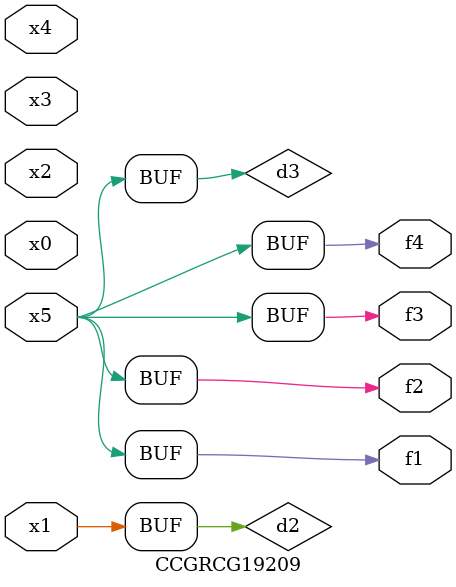
<source format=v>
module CCGRCG19209(
	input x0, x1, x2, x3, x4, x5,
	output f1, f2, f3, f4
);

	wire d1, d2, d3;

	not (d1, x5);
	or (d2, x1);
	xnor (d3, d1);
	assign f1 = d3;
	assign f2 = d3;
	assign f3 = d3;
	assign f4 = d3;
endmodule

</source>
